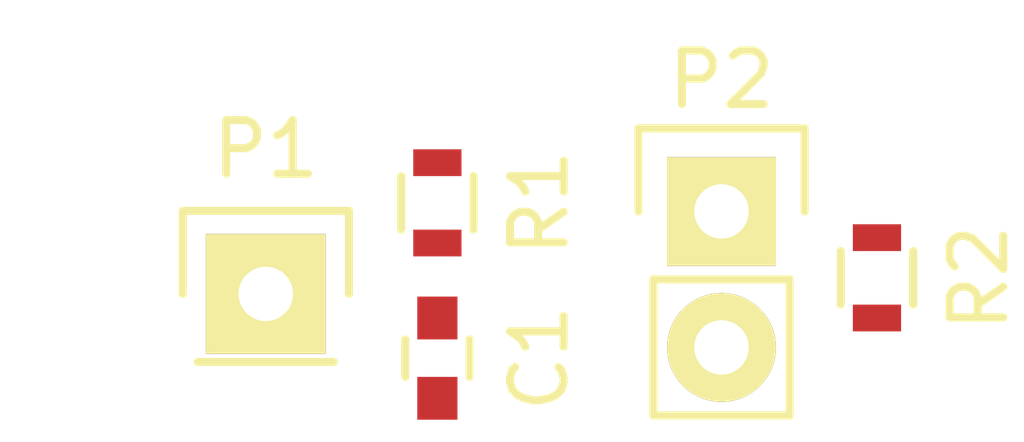
<source format=kicad_pcb>
(kicad_pcb (version 4) (host pcbnew 4.0.4-stable)

  (general
    (links 5)
    (no_connects 5)
    (area 0 0 0 0)
    (thickness 1.6)
    (drawings 0)
    (tracks 0)
    (zones 0)
    (modules 5)
    (nets 5)
  )

  (page A4)
  (layers
    (0 F.Cu signal)
    (31 B.Cu signal)
    (32 B.Adhes user)
    (33 F.Adhes user)
    (34 B.Paste user)
    (35 F.Paste user)
    (36 B.SilkS user)
    (37 F.SilkS user)
    (38 B.Mask user)
    (39 F.Mask user)
    (40 Dwgs.User user)
    (41 Cmts.User user)
    (42 Eco1.User user)
    (43 Eco2.User user)
    (44 Edge.Cuts user)
    (45 Margin user)
    (46 B.CrtYd user)
    (47 F.CrtYd user)
    (48 B.Fab user)
    (49 F.Fab user)
  )

  (setup
    (last_trace_width 0.25)
    (trace_clearance 0.2)
    (zone_clearance 0.508)
    (zone_45_only no)
    (trace_min 0.2)
    (segment_width 0.2)
    (edge_width 0.15)
    (via_size 0.6)
    (via_drill 0.4)
    (via_min_size 0.4)
    (via_min_drill 0.3)
    (uvia_size 0.3)
    (uvia_drill 0.1)
    (uvias_allowed no)
    (uvia_min_size 0.2)
    (uvia_min_drill 0.1)
    (pcb_text_width 0.3)
    (pcb_text_size 1.5 1.5)
    (mod_edge_width 0.15)
    (mod_text_size 1 1)
    (mod_text_width 0.15)
    (pad_size 1.524 1.524)
    (pad_drill 0.762)
    (pad_to_mask_clearance 0.2)
    (aux_axis_origin 0 0)
    (visible_elements FFFEEF7F)
    (pcbplotparams
      (layerselection 0x00030_80000001)
      (usegerberextensions false)
      (excludeedgelayer true)
      (linewidth 0.100000)
      (plotframeref false)
      (viasonmask false)
      (mode 1)
      (useauxorigin false)
      (hpglpennumber 1)
      (hpglpenspeed 20)
      (hpglpendiameter 15)
      (hpglpenoverlay 2)
      (psnegative false)
      (psa4output false)
      (plotreference true)
      (plotvalue true)
      (plotinvisibletext false)
      (padsonsilk false)
      (subtractmaskfromsilk false)
      (outputformat 1)
      (mirror false)
      (drillshape 1)
      (scaleselection 1)
      (outputdirectory ""))
  )

  (net 0 "")
  (net 1 "Net-(C1-Pad1)")
  (net 2 GND)
  (net 3 +3V3)
  (net 4 /LABEL)

  (net_class Default "This is the default net class."
    (clearance 0.2)
    (trace_width 0.25)
    (via_dia 0.6)
    (via_drill 0.4)
    (uvia_dia 0.3)
    (uvia_drill 0.1)
    (add_net +3V3)
    (add_net /LABEL)
    (add_net GND)
    (add_net "Net-(C1-Pad1)")
  )

  (module Capacitors_SMD:C_0603 (layer F.Cu) (tedit 5415D631) (tstamp 5818AFEC)
    (at 110.7 99.2 270)
    (descr "Capacitor SMD 0603, reflow soldering, AVX (see smccp.pdf)")
    (tags "capacitor 0603")
    (path /58189E75)
    (attr smd)
    (fp_text reference C1 (at 0 -1.9 270) (layer F.SilkS)
      (effects (font (size 1 1) (thickness 0.15)))
    )
    (fp_text value C (at 0 1.9 270) (layer F.Fab)
      (effects (font (size 1 1) (thickness 0.15)))
    )
    (fp_line (start -1.45 -0.75) (end 1.45 -0.75) (layer F.CrtYd) (width 0.05))
    (fp_line (start -1.45 0.75) (end 1.45 0.75) (layer F.CrtYd) (width 0.05))
    (fp_line (start -1.45 -0.75) (end -1.45 0.75) (layer F.CrtYd) (width 0.05))
    (fp_line (start 1.45 -0.75) (end 1.45 0.75) (layer F.CrtYd) (width 0.05))
    (fp_line (start -0.35 -0.6) (end 0.35 -0.6) (layer F.SilkS) (width 0.15))
    (fp_line (start 0.35 0.6) (end -0.35 0.6) (layer F.SilkS) (width 0.15))
    (pad 1 smd rect (at -0.75 0 270) (size 0.8 0.75) (layers F.Cu F.Paste F.Mask)
      (net 1 "Net-(C1-Pad1)"))
    (pad 2 smd rect (at 0.75 0 270) (size 0.8 0.75) (layers F.Cu F.Paste F.Mask)
      (net 2 GND))
    (model Capacitors_SMD.3dshapes/C_0603.wrl
      (at (xyz 0 0 0))
      (scale (xyz 1 1 1))
      (rotate (xyz 0 0 0))
    )
  )

  (module Resistors_SMD:R_0603 (layer F.Cu) (tedit 5415CC62) (tstamp 5818AFF8)
    (at 110.7 96.3 270)
    (descr "Resistor SMD 0603, reflow soldering, Vishay (see dcrcw.pdf)")
    (tags "resistor 0603")
    (path /58189F04)
    (attr smd)
    (fp_text reference R1 (at 0 -1.9 270) (layer F.SilkS)
      (effects (font (size 1 1) (thickness 0.15)))
    )
    (fp_text value R (at 0 1.9 270) (layer F.Fab)
      (effects (font (size 1 1) (thickness 0.15)))
    )
    (fp_line (start -1.3 -0.8) (end 1.3 -0.8) (layer F.CrtYd) (width 0.05))
    (fp_line (start -1.3 0.8) (end 1.3 0.8) (layer F.CrtYd) (width 0.05))
    (fp_line (start -1.3 -0.8) (end -1.3 0.8) (layer F.CrtYd) (width 0.05))
    (fp_line (start 1.3 -0.8) (end 1.3 0.8) (layer F.CrtYd) (width 0.05))
    (fp_line (start 0.5 0.675) (end -0.5 0.675) (layer F.SilkS) (width 0.15))
    (fp_line (start -0.5 -0.675) (end 0.5 -0.675) (layer F.SilkS) (width 0.15))
    (pad 1 smd rect (at -0.75 0 270) (size 0.5 0.9) (layers F.Cu F.Paste F.Mask)
      (net 3 +3V3))
    (pad 2 smd rect (at 0.75 0 270) (size 0.5 0.9) (layers F.Cu F.Paste F.Mask)
      (net 1 "Net-(C1-Pad1)"))
    (model Resistors_SMD.3dshapes/R_0603.wrl
      (at (xyz 0 0 0))
      (scale (xyz 1 1 1))
      (rotate (xyz 0 0 0))
    )
  )

  (module Pin_Headers:Pin_Header_Straight_1x02 (layer F.Cu) (tedit 54EA090C) (tstamp 5818B01C)
    (at 116 96.46)
    (descr "Through hole pin header")
    (tags "pin header")
    (path /5818AFB4)
    (fp_text reference P2 (at 0 -2.46) (layer F.SilkS)
      (effects (font (size 1 1) (thickness 0.15)))
    )
    (fp_text value CONN_01X02 (at 0 -3.1) (layer F.Fab)
      (effects (font (size 1 1) (thickness 0.15)))
    )
    (fp_line (start 1.27 1.27) (end 1.27 3.81) (layer F.SilkS) (width 0.15))
    (fp_line (start 1.55 -1.55) (end 1.55 0) (layer F.SilkS) (width 0.15))
    (fp_line (start -1.75 -1.75) (end -1.75 4.3) (layer F.CrtYd) (width 0.05))
    (fp_line (start 1.75 -1.75) (end 1.75 4.3) (layer F.CrtYd) (width 0.05))
    (fp_line (start -1.75 -1.75) (end 1.75 -1.75) (layer F.CrtYd) (width 0.05))
    (fp_line (start -1.75 4.3) (end 1.75 4.3) (layer F.CrtYd) (width 0.05))
    (fp_line (start 1.27 1.27) (end -1.27 1.27) (layer F.SilkS) (width 0.15))
    (fp_line (start -1.55 0) (end -1.55 -1.55) (layer F.SilkS) (width 0.15))
    (fp_line (start -1.55 -1.55) (end 1.55 -1.55) (layer F.SilkS) (width 0.15))
    (fp_line (start -1.27 1.27) (end -1.27 3.81) (layer F.SilkS) (width 0.15))
    (fp_line (start -1.27 3.81) (end 1.27 3.81) (layer F.SilkS) (width 0.15))
    (pad 1 thru_hole rect (at 0 0) (size 2.032 2.032) (drill 1.016) (layers *.Cu *.Mask F.SilkS)
      (net 4 /LABEL))
    (pad 2 thru_hole oval (at 0 2.54) (size 2.032 2.032) (drill 1.016) (layers *.Cu *.Mask F.SilkS)
      (net 4 /LABEL))
    (model Pin_Headers.3dshapes/Pin_Header_Straight_1x02.wrl
      (at (xyz 0 -0.05 0))
      (scale (xyz 1 1 1))
      (rotate (xyz 0 0 90))
    )
  )

  (module Resistors_SMD:R_0603 (layer F.Cu) (tedit 5415CC62) (tstamp 5818B022)
    (at 118.9 97.7 270)
    (descr "Resistor SMD 0603, reflow soldering, Vishay (see dcrcw.pdf)")
    (tags "resistor 0603")
    (path /5818B3A8)
    (attr smd)
    (fp_text reference R2 (at 0 -1.9 270) (layer F.SilkS)
      (effects (font (size 1 1) (thickness 0.15)))
    )
    (fp_text value R (at 0 1.9 270) (layer F.Fab)
      (effects (font (size 1 1) (thickness 0.15)))
    )
    (fp_line (start -1.3 -0.8) (end 1.3 -0.8) (layer F.CrtYd) (width 0.05))
    (fp_line (start -1.3 0.8) (end 1.3 0.8) (layer F.CrtYd) (width 0.05))
    (fp_line (start -1.3 -0.8) (end -1.3 0.8) (layer F.CrtYd) (width 0.05))
    (fp_line (start 1.3 -0.8) (end 1.3 0.8) (layer F.CrtYd) (width 0.05))
    (fp_line (start 0.5 0.675) (end -0.5 0.675) (layer F.SilkS) (width 0.15))
    (fp_line (start -0.5 -0.675) (end 0.5 -0.675) (layer F.SilkS) (width 0.15))
    (pad 1 smd rect (at -0.75 0 270) (size 0.5 0.9) (layers F.Cu F.Paste F.Mask)
      (net 4 /LABEL))
    (pad 2 smd rect (at 0.75 0 270) (size 0.5 0.9) (layers F.Cu F.Paste F.Mask)
      (net 4 /LABEL))
    (model Resistors_SMD.3dshapes/R_0603.wrl
      (at (xyz 0 0 0))
      (scale (xyz 1 1 1))
      (rotate (xyz 0 0 0))
    )
  )

  (module Pin_Headers:Pin_Header_Straight_1x01 (layer F.Cu) (tedit 54EA08DC) (tstamp 5818B07D)
    (at 107.5 98)
    (descr "Through hole pin header")
    (tags "pin header")
    (path /58189DFB)
    (fp_text reference P1 (at 0 -2.7) (layer F.SilkS)
      (effects (font (size 1 1) (thickness 0.15)))
    )
    (fp_text value CONN_01X01 (at 0 -3.1) (layer F.Fab)
      (effects (font (size 1 1) (thickness 0.15)))
    )
    (fp_line (start 1.55 -1.55) (end 1.55 0) (layer F.SilkS) (width 0.15))
    (fp_line (start -1.75 -1.75) (end -1.75 1.75) (layer F.CrtYd) (width 0.05))
    (fp_line (start 1.75 -1.75) (end 1.75 1.75) (layer F.CrtYd) (width 0.05))
    (fp_line (start -1.75 -1.75) (end 1.75 -1.75) (layer F.CrtYd) (width 0.05))
    (fp_line (start -1.75 1.75) (end 1.75 1.75) (layer F.CrtYd) (width 0.05))
    (fp_line (start -1.55 0) (end -1.55 -1.55) (layer F.SilkS) (width 0.15))
    (fp_line (start -1.55 -1.55) (end 1.55 -1.55) (layer F.SilkS) (width 0.15))
    (fp_line (start -1.27 1.27) (end 1.27 1.27) (layer F.SilkS) (width 0.15))
    (pad 1 thru_hole rect (at 0 0) (size 2.2352 2.2352) (drill 1.016) (layers *.Cu *.Mask F.SilkS)
      (net 1 "Net-(C1-Pad1)"))
    (model Pin_Headers.3dshapes/Pin_Header_Straight_1x01.wrl
      (at (xyz 0 0 0))
      (scale (xyz 1 1 1))
      (rotate (xyz 0 0 90))
    )
  )

)

</source>
